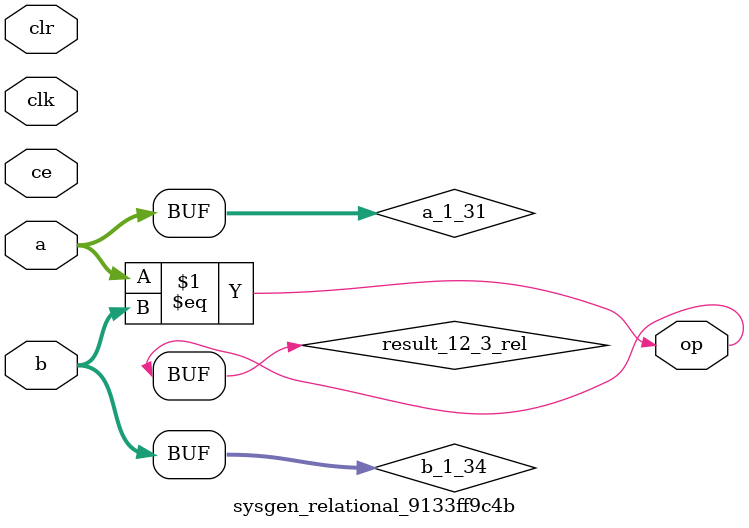
<source format=v>
module sysgen_relational_9133ff9c4b (
  input [(2 - 1):0] a,
  input [(2 - 1):0] b,
  output [(1 - 1):0] op,
  input clk,
  input ce,
  input clr);
  wire [(2 - 1):0] a_1_31;
  wire [(2 - 1):0] b_1_34;
  localparam [(1 - 1):0] const_value = 1'b1;
  wire result_12_3_rel;
  assign a_1_31 = a;
  assign b_1_34 = b;
  assign result_12_3_rel = a_1_31 == b_1_34;
  assign op = result_12_3_rel;
endmodule
</source>
